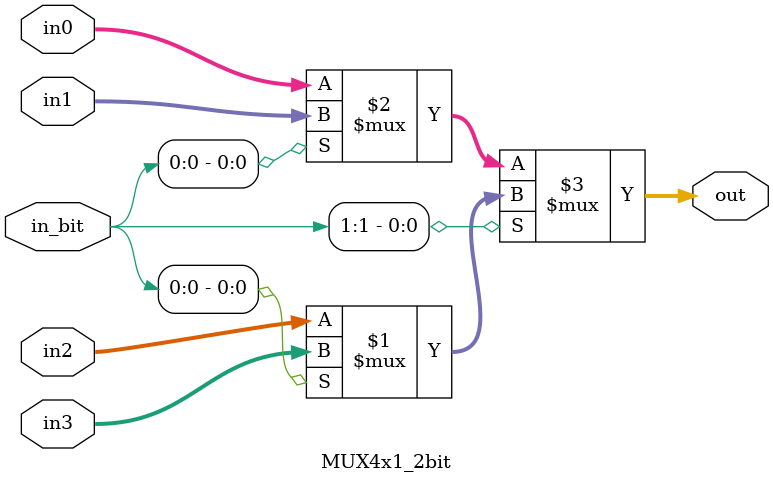
<source format=v>
module MUX4x1_2bit(input [1:0] in_bit,
    input [2:0] in3,
    input [2:0] in2,
    input [2:0] in1,
    input [2:0] in0,
    output [2:0] out);

    assign out = in_bit[1] ? (in_bit[0] ? in3 : in2) : (in_bit[0] ? in1 : in0);
endmodule

</source>
